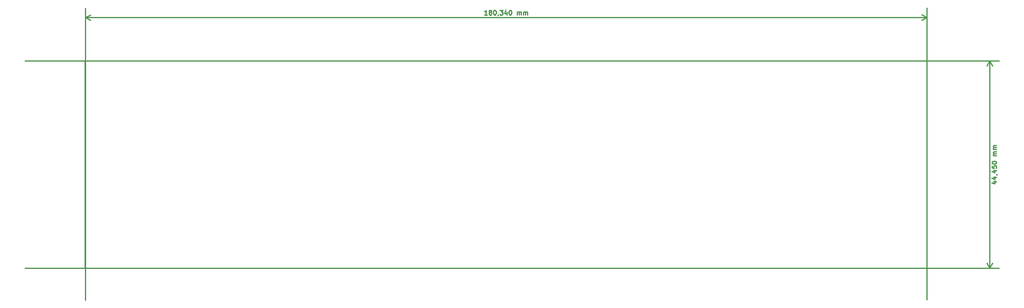
<source format=gm1>
G04 #@! TF.FileFunction,Profile,NP*
%FSLAX46Y46*%
G04 Gerber Fmt 4.6, Leading zero omitted, Abs format (unit mm)*
G04 Created by KiCad (PCBNEW 4.0.0-rc1-stable) date mer. 14 oct. 2015 22:43:12 CEST*
%MOMM*%
G01*
G04 APERTURE LIST*
%ADD10C,0.200000*%
%ADD11C,0.250000*%
%ADD12C,0.150000*%
G04 APERTURE END LIST*
D10*
D11*
X249705714Y-64817166D02*
X250372381Y-64817166D01*
X249324762Y-65055262D02*
X250039048Y-65293357D01*
X250039048Y-64674309D01*
X249705714Y-63864785D02*
X250372381Y-63864785D01*
X249324762Y-64102881D02*
X250039048Y-64340976D01*
X250039048Y-63721928D01*
X250324762Y-63293357D02*
X250372381Y-63293357D01*
X250467619Y-63340976D01*
X250515238Y-63388595D01*
X249705714Y-62436214D02*
X250372381Y-62436214D01*
X249324762Y-62674310D02*
X250039048Y-62912405D01*
X250039048Y-62293357D01*
X249372381Y-61436214D02*
X249372381Y-61912405D01*
X249848571Y-61960024D01*
X249800952Y-61912405D01*
X249753333Y-61817167D01*
X249753333Y-61579071D01*
X249800952Y-61483833D01*
X249848571Y-61436214D01*
X249943810Y-61388595D01*
X250181905Y-61388595D01*
X250277143Y-61436214D01*
X250324762Y-61483833D01*
X250372381Y-61579071D01*
X250372381Y-61817167D01*
X250324762Y-61912405D01*
X250277143Y-61960024D01*
X249372381Y-60769548D02*
X249372381Y-60674309D01*
X249420000Y-60579071D01*
X249467619Y-60531452D01*
X249562857Y-60483833D01*
X249753333Y-60436214D01*
X249991429Y-60436214D01*
X250181905Y-60483833D01*
X250277143Y-60531452D01*
X250324762Y-60579071D01*
X250372381Y-60674309D01*
X250372381Y-60769548D01*
X250324762Y-60864786D01*
X250277143Y-60912405D01*
X250181905Y-60960024D01*
X249991429Y-61007643D01*
X249753333Y-61007643D01*
X249562857Y-60960024D01*
X249467619Y-60912405D01*
X249420000Y-60864786D01*
X249372381Y-60769548D01*
X250372381Y-59245738D02*
X249705714Y-59245738D01*
X249800952Y-59245738D02*
X249753333Y-59198119D01*
X249705714Y-59102881D01*
X249705714Y-58960023D01*
X249753333Y-58864785D01*
X249848571Y-58817166D01*
X250372381Y-58817166D01*
X249848571Y-58817166D02*
X249753333Y-58769547D01*
X249705714Y-58674309D01*
X249705714Y-58531452D01*
X249753333Y-58436214D01*
X249848571Y-58388595D01*
X250372381Y-58388595D01*
X250372381Y-57912405D02*
X249705714Y-57912405D01*
X249800952Y-57912405D02*
X249753333Y-57864786D01*
X249705714Y-57769548D01*
X249705714Y-57626690D01*
X249753333Y-57531452D01*
X249848571Y-57483833D01*
X250372381Y-57483833D01*
X249848571Y-57483833D02*
X249753333Y-57436214D01*
X249705714Y-57340976D01*
X249705714Y-57198119D01*
X249753333Y-57102881D01*
X249848571Y-57055262D01*
X250372381Y-57055262D01*
X248920000Y-83375500D02*
X248920000Y-38925500D01*
X42164000Y-83375500D02*
X250920000Y-83375500D01*
X42164000Y-38925500D02*
X250920000Y-38925500D01*
X248920000Y-38925500D02*
X249506420Y-40052003D01*
X248920000Y-38925500D02*
X248333580Y-40052003D01*
X248920000Y-83375500D02*
X249506420Y-82248997D01*
X248920000Y-83375500D02*
X248333580Y-82248997D01*
X141218861Y-29076920D02*
X140647432Y-29077121D01*
X140933146Y-29077021D02*
X140932793Y-28077021D01*
X140837606Y-28219911D01*
X140742401Y-28315183D01*
X140647180Y-28362835D01*
X141790087Y-28505290D02*
X141694833Y-28457705D01*
X141647197Y-28410102D01*
X141599544Y-28314881D01*
X141599527Y-28267262D01*
X141647113Y-28172007D01*
X141694715Y-28124372D01*
X141789936Y-28076719D01*
X141980413Y-28076652D01*
X142075668Y-28124237D01*
X142123304Y-28171840D01*
X142170956Y-28267061D01*
X142170973Y-28314680D01*
X142123388Y-28409935D01*
X142075786Y-28457570D01*
X141980564Y-28505223D01*
X141790087Y-28505290D01*
X141694866Y-28552943D01*
X141647264Y-28600578D01*
X141599678Y-28695834D01*
X141599745Y-28886310D01*
X141647398Y-28981531D01*
X141695034Y-29029134D01*
X141790289Y-29076719D01*
X141980765Y-29076652D01*
X142075987Y-29028999D01*
X142123589Y-28981364D01*
X142171174Y-28886109D01*
X142171107Y-28695633D01*
X142123455Y-28600411D01*
X142075819Y-28552808D01*
X141980564Y-28505223D01*
X142789936Y-28076367D02*
X142885175Y-28076333D01*
X142980430Y-28123919D01*
X143028066Y-28171521D01*
X143075718Y-28266742D01*
X143123404Y-28457202D01*
X143123488Y-28695298D01*
X143075936Y-28885790D01*
X143028351Y-28981045D01*
X142980749Y-29028681D01*
X142885527Y-29076333D01*
X142790288Y-29076367D01*
X142695034Y-29028781D01*
X142647398Y-28981179D01*
X142599745Y-28885958D01*
X142552059Y-28695499D01*
X142551975Y-28457403D01*
X142599527Y-28266910D01*
X142647113Y-28171655D01*
X142694715Y-28124019D01*
X142789936Y-28076367D01*
X143599796Y-29028463D02*
X143599812Y-29076082D01*
X143552227Y-29171337D01*
X143504625Y-29218972D01*
X143932793Y-28075965D02*
X144551841Y-28075747D01*
X144218641Y-28456816D01*
X144361499Y-28456766D01*
X144456754Y-28504351D01*
X144504390Y-28551953D01*
X144552042Y-28647176D01*
X144552126Y-28885270D01*
X144504541Y-28980525D01*
X144456939Y-29028161D01*
X144361717Y-29075814D01*
X144076002Y-29075914D01*
X143980748Y-29028329D01*
X143933112Y-28980726D01*
X145409102Y-28408778D02*
X145409336Y-29075445D01*
X145170871Y-28027910D02*
X144933028Y-28742279D01*
X145552076Y-28742061D01*
X146123269Y-28075193D02*
X146218508Y-28075160D01*
X146313763Y-28122745D01*
X146361399Y-28170347D01*
X146409051Y-28265569D01*
X146456737Y-28456028D01*
X146456821Y-28694124D01*
X146409269Y-28884617D01*
X146361684Y-28979871D01*
X146314081Y-29027507D01*
X146218860Y-29075160D01*
X146123621Y-29075193D01*
X146028366Y-29027608D01*
X145980731Y-28980005D01*
X145933078Y-28884784D01*
X145885392Y-28694325D01*
X145885308Y-28456229D01*
X145932860Y-28265736D01*
X145980446Y-28170482D01*
X146028048Y-28122846D01*
X146123269Y-28075193D01*
X147647431Y-29074657D02*
X147647196Y-28407990D01*
X147647230Y-28503228D02*
X147694832Y-28455592D01*
X147790053Y-28407939D01*
X147932911Y-28407889D01*
X148028166Y-28455475D01*
X148075819Y-28550696D01*
X148076003Y-29074506D01*
X148075819Y-28550696D02*
X148123404Y-28455441D01*
X148218625Y-28407788D01*
X148361482Y-28407738D01*
X148456737Y-28455324D01*
X148504390Y-28550545D01*
X148504574Y-29074355D01*
X148980764Y-29074187D02*
X148980529Y-28407520D01*
X148980563Y-28502758D02*
X149028165Y-28455122D01*
X149123386Y-28407470D01*
X149266244Y-28407420D01*
X149361499Y-28455005D01*
X149409152Y-28550226D01*
X149409336Y-29074036D01*
X149409152Y-28550226D02*
X149456737Y-28454971D01*
X149551958Y-28407319D01*
X149694815Y-28407269D01*
X149790070Y-28454854D01*
X149837723Y-28550075D01*
X149837907Y-29073885D01*
X55096671Y-29654864D02*
X235436671Y-29591364D01*
X55118000Y-90233500D02*
X55095967Y-27654865D01*
X235458000Y-90170000D02*
X235435967Y-27591365D01*
X235436671Y-29591364D02*
X234310374Y-30178181D01*
X235436671Y-29591364D02*
X234309961Y-29005340D01*
X55096671Y-29654864D02*
X56223381Y-30240888D01*
X55096671Y-29654864D02*
X56222968Y-29068047D01*
D12*
X55054500Y-83375500D02*
X55054500Y-38925500D01*
X235458000Y-83375500D02*
X55054500Y-83375500D01*
X235458000Y-38925500D02*
X235458000Y-83375500D01*
X55054500Y-38925500D02*
X235458000Y-38925500D01*
M02*

</source>
